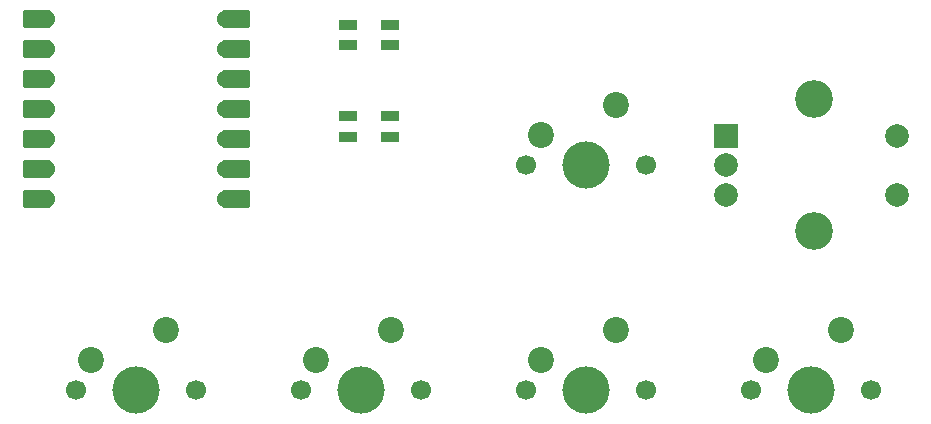
<source format=gbr>
%TF.GenerationSoftware,KiCad,Pcbnew,9.0.6*%
%TF.CreationDate,2025-12-15T23:37:31+00:00*%
%TF.ProjectId,Macropad,4d616372-6f70-4616-942e-6b696361645f,rev?*%
%TF.SameCoordinates,Original*%
%TF.FileFunction,Soldermask,Top*%
%TF.FilePolarity,Negative*%
%FSLAX46Y46*%
G04 Gerber Fmt 4.6, Leading zero omitted, Abs format (unit mm)*
G04 Created by KiCad (PCBNEW 9.0.6) date 2025-12-15 23:37:31*
%MOMM*%
%LPD*%
G01*
G04 APERTURE LIST*
G04 Aperture macros list*
%AMRoundRect*
0 Rectangle with rounded corners*
0 $1 Rounding radius*
0 $2 $3 $4 $5 $6 $7 $8 $9 X,Y pos of 4 corners*
0 Add a 4 corners polygon primitive as box body*
4,1,4,$2,$3,$4,$5,$6,$7,$8,$9,$2,$3,0*
0 Add four circle primitives for the rounded corners*
1,1,$1+$1,$2,$3*
1,1,$1+$1,$4,$5*
1,1,$1+$1,$6,$7*
1,1,$1+$1,$8,$9*
0 Add four rect primitives between the rounded corners*
20,1,$1+$1,$2,$3,$4,$5,0*
20,1,$1+$1,$4,$5,$6,$7,0*
20,1,$1+$1,$6,$7,$8,$9,0*
20,1,$1+$1,$8,$9,$2,$3,0*%
G04 Aperture macros list end*
%ADD10R,2.000000X2.000000*%
%ADD11C,2.000000*%
%ADD12C,3.200000*%
%ADD13R,1.600000X0.850000*%
%ADD14C,1.700000*%
%ADD15C,4.000000*%
%ADD16C,2.200000*%
%ADD17RoundRect,0.152400X1.063600X0.609600X-1.063600X0.609600X-1.063600X-0.609600X1.063600X-0.609600X0*%
%ADD18C,1.524000*%
%ADD19RoundRect,0.152400X-1.063600X-0.609600X1.063600X-0.609600X1.063600X0.609600X-1.063600X0.609600X0*%
G04 APERTURE END LIST*
D10*
%TO.C,SW6*%
X173725000Y-35600000D03*
D11*
X173725000Y-40600000D03*
X173725000Y-38100000D03*
D12*
X181225000Y-32500000D03*
X181225000Y-43700000D03*
D11*
X188225000Y-40600000D03*
X188225000Y-35600000D03*
%TD*%
D13*
%TO.C,D1*%
X141756250Y-26193750D03*
X141756250Y-27943750D03*
X145256250Y-27943750D03*
X145256250Y-26193750D03*
%TD*%
D14*
%TO.C,SW1*%
X118745000Y-57150000D03*
D15*
X123825000Y-57150000D03*
D14*
X128905000Y-57150000D03*
D16*
X126365000Y-52070000D03*
X120015000Y-54610000D03*
%TD*%
D14*
%TO.C,SW2*%
X137795000Y-57150000D03*
D15*
X142875000Y-57150000D03*
D14*
X147955000Y-57150000D03*
D16*
X145415000Y-52070000D03*
X139065000Y-54610000D03*
%TD*%
D14*
%TO.C,SW5*%
X175895000Y-57150000D03*
D15*
X180975000Y-57150000D03*
D14*
X186055000Y-57150000D03*
D16*
X183515000Y-52070000D03*
X177165000Y-54610000D03*
%TD*%
D14*
%TO.C,SW4*%
X156845000Y-38100000D03*
D15*
X161925000Y-38100000D03*
D14*
X167005000Y-38100000D03*
D16*
X164465000Y-33020000D03*
X158115000Y-35560000D03*
%TD*%
D14*
%TO.C,SW3*%
X156845000Y-57150000D03*
D15*
X161925000Y-57150000D03*
D14*
X167005000Y-57150000D03*
D16*
X164465000Y-52070000D03*
X158115000Y-54610000D03*
%TD*%
D17*
%TO.C,U1*%
X115370000Y-25717500D03*
D18*
X116205000Y-25717500D03*
D17*
X115370000Y-28257500D03*
D18*
X116205000Y-28257500D03*
D17*
X115370000Y-30797500D03*
D18*
X116205000Y-30797500D03*
D17*
X115370000Y-33337500D03*
D18*
X116205000Y-33337500D03*
D17*
X115370000Y-35877500D03*
D18*
X116205000Y-35877500D03*
D17*
X115370000Y-38417500D03*
D18*
X116205000Y-38417500D03*
D17*
X115370000Y-40957500D03*
D18*
X116205000Y-40957500D03*
X131445000Y-40957500D03*
D19*
X132280000Y-40957500D03*
D18*
X131445000Y-38417500D03*
D19*
X132280000Y-38417500D03*
D18*
X131445000Y-35877500D03*
D19*
X132280000Y-35877500D03*
D18*
X131445000Y-33337500D03*
D19*
X132280000Y-33337500D03*
D18*
X131445000Y-30797500D03*
D19*
X132280000Y-30797500D03*
D18*
X131445000Y-28257500D03*
D19*
X132280000Y-28257500D03*
D18*
X131445000Y-25717500D03*
D19*
X132280000Y-25717500D03*
%TD*%
D13*
%TO.C,D2*%
X141756250Y-33968750D03*
X141756250Y-35718750D03*
X145256250Y-35718750D03*
X145256250Y-33968750D03*
%TD*%
M02*

</source>
